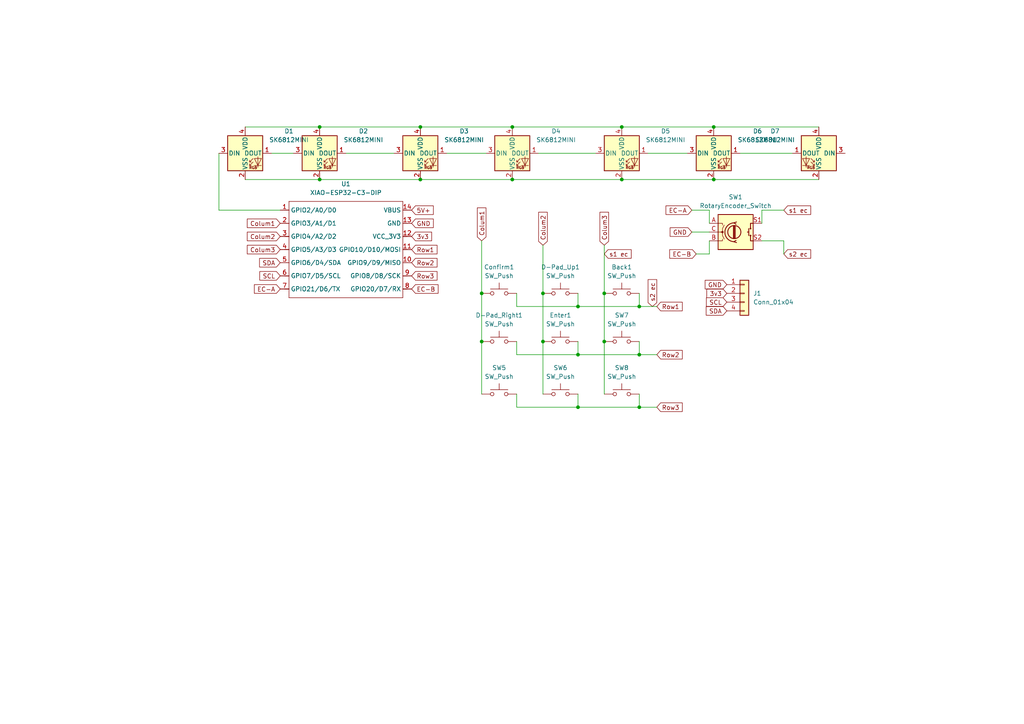
<source format=kicad_sch>
(kicad_sch (version 20250114) (generator "eeschema") (generator_version "9.0")
  (paper "A4")
  (lib_symbols
    (symbol "Connector_Generic:Conn_01x04" (pin_names (offset 1.016) (hide yes))
      (property "Reference" "J" (at 0 5.08 0))
      (property "Value" "Conn_01x04" (at 0 -7.62 0))
      (symbol "Conn_01x04_1_1"
        (rectangle (start -1.27 3.81) (end 1.27 -6.35) (stroke (width 0.254)) (fill (type background)))
        (rectangle (start -1.27 2.667) (end 0 2.413) (stroke (width 0.1524)))
        (rectangle (start -1.27 0.127) (end 0 -0.127) (stroke (width 0.1524)))
        (rectangle (start -1.27 -2.413) (end 0 -2.667) (stroke (width 0.1524)))
        (rectangle (start -1.27 -4.953) (end 0 -5.207) (stroke (width 0.1524)))
        (pin passive line (at -5.08 2.54 0) (length 3.81) (name "Pin_1") (number "1"))
        (pin passive line (at -5.08 0 0) (length 3.81) (name "Pin_2") (number "2"))
        (pin passive line (at -5.08 -2.54 0) (length 3.81) (name "Pin_3") (number "3"))
        (pin passive line (at -5.08 -5.08 0) (length 3.81) (name "Pin_4") (number "4"))
      )
    )
    (symbol "Device:RotaryEncoder_Switch" (pin_names (offset 0.254) (hide yes))
      (property "Reference" "SW" (at 0 6.604 0))
      (property "Value" "RotaryEncoder_Switch" (at 0 -6.604 0))
      (symbol "RotaryEncoder_Switch_0_1"
        (rectangle (start -5.08 5.08) (end 5.08 -5.08) (stroke (width 0.254)) (fill (type background)))
        (polyline (pts (xy -5.08 2.54) (xy -3.81 2.54) (xy -3.81 2.032)))
        (polyline (pts (xy -5.08 0) (xy -3.81 0) (xy -3.81 -1.016) (xy -3.302 -2.032)))
        (polyline (pts (xy -5.08 -2.54) (xy -3.81 -2.54) (xy -3.81 -2.032)))
        (polyline (pts (xy -4.318 0) (xy -3.81 0) (xy -3.81 1.016) (xy -3.302 2.032)))
        (circle (center -3.81 0) (radius 0.254) (fill (type outline)))
        (polyline (pts (xy -0.635 -1.778) (xy -0.635 1.778)) (stroke (width 0.254)))
        (circle (center -0.381 0) (radius 1.905) (stroke (width 0.254)))
        (polyline (pts (xy -0.381 -1.778) (xy -0.381 1.778)) (stroke (width 0.254)))
        (arc (start -0.381 -2.794) (mid -3.0988 -0.0635) (end -0.381 2.667) (stroke (width 0.254)))
        (polyline (pts (xy -0.127 1.778) (xy -0.127 -1.778)) (stroke (width 0.254)))
        (polyline (pts (xy 0.254 2.921) (xy -0.508 2.667) (xy 0.127 2.286)) (stroke (width 0.254)))
        (polyline (pts (xy 0.254 -3.048) (xy -0.508 -2.794) (xy 0.127 -2.413)) (stroke (width 0.254)))
        (polyline (pts (xy 3.81 1.016) (xy 3.81 -1.016)) (stroke (width 0.254)))
        (polyline (pts (xy 3.81 0) (xy 3.429 0)) (stroke (width 0.254)))
        (circle (center 4.318 1.016) (radius 0.127) (stroke (width 0.254)))
        (circle (center 4.318 -1.016) (radius 0.127) (stroke (width 0.254)))
        (polyline (pts (xy 5.08 2.54) (xy 4.318 2.54) (xy 4.318 1.016)) (stroke (width 0.254)))
        (polyline (pts (xy 5.08 -2.54) (xy 4.318 -2.54) (xy 4.318 -1.016)) (stroke (width 0.254)))
      )
      (symbol "RotaryEncoder_Switch_1_1"
        (pin passive line (at -7.62 2.54 0) (length 2.54) (name "A") (number "A"))
        (pin passive line (at -7.62 0 0) (length 2.54) (name "C") (number "C"))
        (pin passive line (at -7.62 -2.54 0) (length 2.54) (name "B") (number "B"))
        (pin passive line (at 7.62 2.54 180) (length 2.54) (name "S1") (number "S1"))
        (pin passive line (at 7.62 -2.54 180) (length 2.54) (name "S2") (number "S2"))
      )
    )
    (symbol "LED:SK6812MINI" (pin_names (offset 0.254))
      (property "Reference" "D" (at 5.08 5.715 0))
      (property "Value" "SK6812MINI" (at 1.27 -5.715 0))
      (symbol "SK6812MINI_0_0"
        (text "RGB" (at 2.286 -4.191 0) (effects (font (size 0.762 0.762))))
      )
      (symbol "SK6812MINI_0_1"
        (polyline (pts (xy 1.27 -2.54) (xy 1.778 -2.54)))
        (polyline (pts (xy 1.27 -3.556) (xy 1.778 -3.556)))
        (polyline (pts (xy 2.286 -1.524) (xy 1.27 -2.54) (xy 1.27 -2.032)))
        (polyline (pts (xy 2.286 -2.54) (xy 1.27 -3.556) (xy 1.27 -3.048)))
        (polyline (pts (xy 3.683 -1.016) (xy 3.683 -3.556) (xy 3.683 -4.064)))
        (polyline (pts (xy 4.699 -1.524) (xy 2.667 -1.524) (xy 3.683 -3.556) (xy 4.699 -1.524)))
        (polyline (pts (xy 4.699 -3.556) (xy 2.667 -3.556)))
        (rectangle (start 5.08 5.08) (end -5.08 -5.08) (stroke (width 0.254)) (fill (type background)))
      )
      (symbol "SK6812MINI_1_1"
        (pin input line (at -7.62 0 0) (length 2.54) (name "DIN") (number "3"))
        (pin power_in line (at 0 7.62 270) (length 2.54) (name "VDD") (number "4"))
        (pin power_in line (at 0 -7.62 90) (length 2.54) (name "VSS") (number "2"))
        (pin output line (at 7.62 0 180) (length 2.54) (name "DOUT") (number "1"))
      )
    )
    (symbol "Seeed_Studio_XIAO_Series:XIAO-ESP32-C3-DIP"
      (property "Reference" "U" (at 1.016 2.794 0))
      (property "Value" "XIAO-ESP32-C3-DIP" (at 7.62 1.016 0))
      (symbol "XIAO-ESP32-C3-DIP_1_0"
        (polyline (pts (xy 0 0) (xy 33.02 0)) (stroke (width 0.1524)))
        (polyline (pts (xy 0 -2.54) (xy -1.27 -2.54)) (stroke (width 0.1524)))
        (polyline (pts (xy 0 -2.54) (xy 0 0)) (stroke (width 0.1524)))
        (polyline (pts (xy 0 -6.35) (xy -1.27 -6.35)) (stroke (width 0.1524)))
        (polyline (pts (xy 0 -6.35) (xy 0 -2.54)) (stroke (width 0.1524)))
        (polyline (pts (xy 0 -10.16) (xy -1.27 -10.16)) (stroke (width 0.1524)))
        (polyline (pts (xy 0 -10.16) (xy 0 -6.35)) (stroke (width 0.1524)))
        (polyline (pts (xy 0 -13.97) (xy -1.27 -13.97)) (stroke (width 0.1524)))
        (polyline (pts (xy 0 -13.97) (xy 0 -10.16)) (stroke (width 0.1524)))
        (polyline (pts (xy 0 -17.78) (xy -1.27 -17.78)) (stroke (width 0.1524)))
        (polyline (pts (xy 0 -21.59) (xy -1.27 -21.59)) (stroke (width 0.1524)))
        (polyline (pts (xy 0 -25.4) (xy -1.27 -25.4)) (stroke (width 0.1524)))
        (polyline (pts (xy 0 -27.94) (xy 0 -13.97)) (stroke (width 0.1524)))
        (polyline (pts (xy 33.02 0) (xy 33.02 -2.54)) (stroke (width 0.1524)))
        (polyline (pts (xy 33.02 -2.54) (xy 33.02 -6.35)) (stroke (width 0.1524)))
        (polyline (pts (xy 33.02 -6.35) (xy 33.02 -10.16)) (stroke (width 0.1524)))
        (polyline (pts (xy 33.02 -10.16) (xy 33.02 -27.94)) (stroke (width 0.1524)))
        (polyline (pts (xy 33.02 -27.94) (xy 0 -27.94)) (stroke (width 0.1524)))
        (polyline (pts (xy 34.29 -2.54) (xy 33.02 -2.54)) (stroke (width 0.1524)))
        (polyline (pts (xy 34.29 -6.35) (xy 33.02 -6.35)) (stroke (width 0.1524)))
        (polyline (pts (xy 34.29 -10.16) (xy 33.02 -10.16)) (stroke (width 0.1524)))
        (polyline (pts (xy 34.29 -13.97) (xy 33.02 -13.97)) (stroke (width 0.1524)))
        (polyline (pts (xy 34.29 -17.78) (xy 33.02 -17.78)) (stroke (width 0.1524)))
        (polyline (pts (xy 34.29 -21.59) (xy 33.02 -21.59)) (stroke (width 0.1524)))
        (polyline (pts (xy 34.29 -25.4) (xy 33.02 -25.4)) (stroke (width 0.1524)))
        (pin passive line (at -2.54 -2.54 0) (length 2.54) (name "GPIO2/A0/D0") (number "1"))
        (pin passive line (at -2.54 -6.35 0) (length 2.54) (name "GPIO3/A1/D1") (number "2"))
        (pin passive line (at -2.54 -10.16 0) (length 2.54) (name "GPIO4/A2/D2") (number "3"))
        (pin passive line (at -2.54 -13.97 0) (length 2.54) (name "GPIO5/A3/D3") (number "4"))
        (pin passive line (at -2.54 -17.78 0) (length 2.54) (name "GPIO6/D4/SDA") (number "5"))
        (pin passive line (at -2.54 -21.59 0) (length 2.54) (name "GPIO7/D5/SCL") (number "6"))
        (pin passive line (at -2.54 -25.4 0) (length 2.54) (name "GPIO21/D6/TX") (number "7"))
        (pin passive line (at 35.56 -2.54 180) (length 2.54) (name "VBUS") (number "14"))
        (pin passive line (at 35.56 -6.35 180) (length 2.54) (name "GND") (number "13"))
        (pin passive line (at 35.56 -10.16 180) (length 2.54) (name "VCC_3V3") (number "12"))
        (pin passive line (at 35.56 -13.97 180) (length 2.54) (name "GPIO10/D10/MOSI") (number "11"))
        (pin passive line (at 35.56 -17.78 180) (length 2.54) (name "GPIO9/D9/MISO") (number "10"))
        (pin passive line (at 35.56 -21.59 180) (length 2.54) (name "GPIO8/D8/SCK") (number "9"))
        (pin passive line (at 35.56 -25.4 180) (length 2.54) (name "GPIO20/D7/RX") (number "8"))
      )
    )
    (symbol "Switch:SW_Push" (pin_numbers (hide yes)) (pin_names (offset 1.016) (hide yes))
      (property "Reference" "SW" (at 1.27 2.54 0))
      (property "Value" "SW_Push" (at 0 -1.524 0))
      (symbol "SW_Push_0_1"
        (circle (center -2.032 0) (radius 0.508))
        (polyline (pts (xy 0 1.27) (xy 0 3.048)))
        (circle (center 2.032 0) (radius 0.508))
        (polyline (pts (xy 2.54 1.27) (xy -2.54 1.27)))
        (pin passive line (at -5.08 0 0) (length 2.54) (name "1") (number "1"))
        (pin passive line (at 5.08 0 180) (length 2.54) (name "2") (number "2"))
      )
    )
  )
  (junction (at 139.7 99.06))
  (junction (at 180.34 52.07))
  (junction (at 121.92 52.07))
  (junction (at 207.01 36.83))
  (junction (at 121.92 36.83))
  (junction (at 175.26 99.06))
  (junction (at 92.71 52.07))
  (junction (at 185.42 102.87))
  (junction (at 148.59 52.07))
  (junction (at 175.26 85.09))
  (junction (at 167.64 118.11))
  (junction (at 185.42 88.9))
  (junction (at 92.71 36.83))
  (junction (at 207.01 52.07))
  (junction (at 185.42 118.11))
  (junction (at 157.48 85.09))
  (junction (at 148.59 36.83))
  (junction (at 139.7 85.09))
  (junction (at 157.48 99.06))
  (junction (at 167.64 102.87))
  (junction (at 167.64 88.9))
  (junction (at 180.34 36.83))
  (wire (pts (xy 205.74 60.96) (xy 205.74 64.77)))
  (wire (pts (xy 129.54 44.45) (xy 140.97 44.45)))
  (wire (pts (xy 167.64 88.9) (xy 185.42 88.9)))
  (wire (pts (xy 157.48 71.12) (xy 157.48 85.09)))
  (wire (pts (xy 200.66 67.31) (xy 205.74 67.31)))
  (wire (pts (xy 187.96 44.45) (xy 199.39 44.45)))
  (wire (pts (xy 205.74 73.66) (xy 205.74 69.85)))
  (wire (pts (xy 121.92 52.07) (xy 148.59 52.07)))
  (wire (pts (xy 149.86 88.9) (xy 167.64 88.9)))
  (wire (pts (xy 167.64 99.06) (xy 167.64 102.87)))
  (wire (pts (xy 175.26 71.12) (xy 175.26 85.09)))
  (wire (pts (xy 139.7 69.85) (xy 139.7 85.09)))
  (wire (pts (xy 149.86 99.06) (xy 149.86 102.87)))
  (wire (pts (xy 157.48 85.09) (xy 157.48 99.06)))
  (wire (pts (xy 167.64 118.11) (xy 185.42 118.11)))
  (wire (pts (xy 148.59 52.07) (xy 180.34 52.07)))
  (wire (pts (xy 220.98 60.96) (xy 220.98 64.77)))
  (wire (pts (xy 139.7 99.06) (xy 139.7 114.3)))
  (wire (pts (xy 214.63 44.45) (xy 229.87 44.45)))
  (wire (pts (xy 71.12 52.07) (xy 92.71 52.07)))
  (wire (pts (xy 175.26 99.06) (xy 175.26 114.3)))
  (wire (pts (xy 100.33 44.45) (xy 114.3 44.45)))
  (wire (pts (xy 92.71 36.83) (xy 121.92 36.83)))
  (wire (pts (xy 149.86 118.11) (xy 167.64 118.11)))
  (wire (pts (xy 227.33 60.96) (xy 220.98 60.96)))
  (wire (pts (xy 180.34 36.83) (xy 207.01 36.83)))
  (wire (pts (xy 200.66 60.96) (xy 205.74 60.96)))
  (wire (pts (xy 149.86 85.09) (xy 149.86 88.9)))
  (wire (pts (xy 92.71 52.07) (xy 121.92 52.07)))
  (wire (pts (xy 185.42 102.87) (xy 190.5 102.87)))
  (wire (pts (xy 157.48 99.06) (xy 157.48 114.3)))
  (wire (pts (xy 167.64 85.09) (xy 167.64 88.9)))
  (wire (pts (xy 78.74 44.45) (xy 85.09 44.45)))
  (wire (pts (xy 156.21 44.45) (xy 172.72 44.45)))
  (wire (pts (xy 201.93 73.66) (xy 205.74 73.66)))
  (wire (pts (xy 185.42 99.06) (xy 185.42 102.87)))
  (wire (pts (xy 185.42 85.09) (xy 185.42 88.9)))
  (wire (pts (xy 185.42 114.3) (xy 185.42 118.11)))
  (wire (pts (xy 148.59 36.83) (xy 180.34 36.83)))
  (wire (pts (xy 149.86 114.3) (xy 149.86 118.11)))
  (wire (pts (xy 185.42 88.9) (xy 190.5 88.9)))
  (wire (pts (xy 175.26 85.09) (xy 175.26 99.06)))
  (wire (pts (xy 63.5 60.96) (xy 63.5 44.45)))
  (wire (pts (xy 121.92 36.83) (xy 148.59 36.83)))
  (wire (pts (xy 149.86 102.87) (xy 167.64 102.87)))
  (wire (pts (xy 207.01 52.07) (xy 237.49 52.07)))
  (wire (pts (xy 139.7 85.09) (xy 139.7 99.06)))
  (wire (pts (xy 227.33 73.66) (xy 227.33 69.85)))
  (wire (pts (xy 180.34 52.07) (xy 207.01 52.07)))
  (wire (pts (xy 167.64 102.87) (xy 185.42 102.87)))
  (wire (pts (xy 63.5 60.96) (xy 81.28 60.96)))
  (wire (pts (xy 71.12 36.83) (xy 92.71 36.83)))
  (wire (pts (xy 227.33 69.85) (xy 220.98 69.85)))
  (wire (pts (xy 167.64 114.3) (xy 167.64 118.11)))
  (wire (pts (xy 185.42 118.11) (xy 190.5 118.11)))
  (wire (pts (xy 207.01 36.83) (xy 237.49 36.83)))
  (global_label "3v3" (shape input) (at 119.38 68.58 0) (property "Intersheetrefs" "${INTERSHEET_REFS}" (effects (hide yes))))
  (global_label "s1 ec" (shape input) (at 227.33 60.96 0) (property "Intersheetrefs" "${INTERSHEET_REFS}" (effects (hide yes))))
  (global_label "EC-A" (shape input) (at 200.66 60.96 180) (property "Intersheetrefs" "${INTERSHEET_REFS}" (effects (hide yes))))
  (global_label "Colum1" (shape input) (at 81.28 64.77 180) (property "Intersheetrefs" "${INTERSHEET_REFS}" (effects (hide yes))))
  (global_label "EC-B" (shape input) (at 201.93 73.66 180) (property "Intersheetrefs" "${INTERSHEET_REFS}" (effects (hide yes))))
  (global_label "Colum2" (shape input) (at 157.48 71.12 90) (property "Intersheetrefs" "${INTERSHEET_REFS}" (effects (hide yes))))
  (global_label "Colum3" (shape input) (at 81.28 72.39 180) (property "Intersheetrefs" "${INTERSHEET_REFS}" (effects (hide yes))))
  (global_label "SCL" (shape input) (at 81.28 80.01 180) (property "Intersheetrefs" "${INTERSHEET_REFS}" (effects (hide yes))))
  (global_label "GND" (shape input) (at 119.38 64.77 0) (property "Intersheetrefs" "${INTERSHEET_REFS}" (effects (hide yes))))
  (global_label "3v3" (shape input) (at 210.82 85.09 180) (property "Intersheetrefs" "${INTERSHEET_REFS}" (effects (hide yes))))
  (global_label "GND" (shape input) (at 200.66 67.31 180) (property "Intersheetrefs" "${INTERSHEET_REFS}" (effects (hide yes))))
  (global_label "Row2" (shape input) (at 119.38 76.2 0) (property "Intersheetrefs" "${INTERSHEET_REFS}" (effects (hide yes))))
  (global_label "5V+" (shape input) (at 119.38 60.96 0) (property "Intersheetrefs" "${INTERSHEET_REFS}" (effects (hide yes))))
  (global_label "Row3" (shape input) (at 190.5 118.11 0) (property "Intersheetrefs" "${INTERSHEET_REFS}" (effects (hide yes))))
  (global_label "Row1" (shape input) (at 190.5 88.9 0) (property "Intersheetrefs" "${INTERSHEET_REFS}" (effects (hide yes))))
  (global_label "Colum1" (shape input) (at 139.7 69.85 90) (property "Intersheetrefs" "${INTERSHEET_REFS}" (effects (hide yes))))
  (global_label "SDA" (shape input) (at 210.82 90.17 180) (property "Intersheetrefs" "${INTERSHEET_REFS}" (effects (hide yes))))
  (global_label "Colum3" (shape input) (at 175.26 71.12 90) (property "Intersheetrefs" "${INTERSHEET_REFS}" (effects (hide yes))))
  (global_label "s1 ec" (shape input) (at 175.26 73.66 0) (property "Intersheetrefs" "${INTERSHEET_REFS}" (effects (hide yes))))
  (global_label "EC-B" (shape input) (at 119.38 83.82 0) (property "Intersheetrefs" "${INTERSHEET_REFS}" (effects (hide yes))))
  (global_label "SDA" (shape input) (at 81.28 76.2 180) (property "Intersheetrefs" "${INTERSHEET_REFS}" (effects (hide yes))))
  (global_label "Row1" (shape input) (at 119.38 72.39 0) (property "Intersheetrefs" "${INTERSHEET_REFS}" (effects (hide yes))))
  (global_label "Colum2" (shape input) (at 81.28 68.58 180) (property "Intersheetrefs" "${INTERSHEET_REFS}" (effects (hide yes))))
  (global_label "SCL" (shape input) (at 210.82 87.63 180) (property "Intersheetrefs" "${INTERSHEET_REFS}" (effects (hide yes))))
  (global_label "Row2" (shape input) (at 190.5 102.87 0) (property "Intersheetrefs" "${INTERSHEET_REFS}" (effects (hide yes))))
  (global_label "GND" (shape input) (at 210.82 82.55 180) (property "Intersheetrefs" "${INTERSHEET_REFS}" (effects (hide yes))))
  (global_label "s2 ec" (shape input) (at 189.23 88.9 90) (property "Intersheetrefs" "${INTERSHEET_REFS}" (effects (hide yes))))
  (global_label "EC-A" (shape input) (at 81.28 83.82 180) (property "Intersheetrefs" "${INTERSHEET_REFS}" (effects (hide yes))))
  (global_label "Row3" (shape input) (at 119.38 80.01 0) (property "Intersheetrefs" "${INTERSHEET_REFS}" (effects (hide yes))))
  (global_label "s2 ec" (shape input) (at 227.33 73.66 0) (property "Intersheetrefs" "${INTERSHEET_REFS}" (effects (hide yes))))
  (symbol (lib_id "LED:SK6812MINI") (at 148.59 44.45 0) (unit 1)
    (property "Reference" "D4" (at 161.29 38.0298 0))
    (property "Value" "SK6812MINI" (at 161.29 40.5698 0))
    (property "Footprint" "libs:SK6812-MINI-E" (effects (hide yes)))
    (property "Datasheet" "https://cdn-shop.adafruit.com/product-files/2686/SK6812MINI_REV.01-1-2.pdf" (effects (hide yes)))
    (property "Description" "RGB LED with integrated controller" (effects (hide yes)))
  )
  (symbol (lib_id "Switch:SW_Push") (at 180.34 99.06 0) (unit 1)
    (property "Reference" "SW7" (at 180.34 91.44 0))
    (property "Value" "SW_Push" (at 180.34 93.98 0))
    (property "Footprint" "Button_Switch_THT:SW_PUSH_6mm" (effects (hide yes)))
    (property "Description" "Push button switch, generic, two pins" (effects (hide yes)))
  )
  (symbol (lib_id "LED:SK6812MINI") (at 237.49 44.45 0) (mirror y) (unit 1)
    (property "Reference" "D7" (at 224.79 38.0298 0))
    (property "Value" "SK6812MINI" (at 224.79 40.5698 0))
    (property "Footprint" "libs:SK6812-MINI-E" (effects (hide yes)))
    (property "Datasheet" "https://cdn-shop.adafruit.com/product-files/2686/SK6812MINI_REV.01-1-2.pdf" (effects (hide yes)))
    (property "Description" "RGB LED with integrated controller" (effects (hide yes)))
  )
  (symbol (lib_id "LED:SK6812MINI") (at 121.92 44.45 0) (unit 1)
    (property "Reference" "D3" (at 134.62 38.0298 0))
    (property "Value" "SK6812MINI" (at 134.62 40.5698 0))
    (property "Footprint" "libs:SK6812-MINI-E" (effects (hide yes)))
    (property "Datasheet" "https://cdn-shop.adafruit.com/product-files/2686/SK6812MINI_REV.01-1-2.pdf" (effects (hide yes)))
    (property "Description" "RGB LED with integrated controller" (effects (hide yes)))
  )
  (symbol (lib_id "Device:RotaryEncoder_Switch") (at 213.36 67.31 0) (unit 1)
    (property "Reference" "SW1" (at 213.36 57.15 0))
    (property "Value" "RotaryEncoder_Switch" (at 213.36 59.69 0))
    (property "Footprint" "Rotary_Encoder:RotaryEncoder_Alps_EC11E-Switch_Vertical_H20mm" (effects (hide yes)))
    (property "Description" "Rotary encoder, dual channel, incremental quadrate outputs, with switch" (effects (hide yes)))
  )
  (symbol (lib_id "Switch:SW_Push") (at 180.34 85.09 0) (unit 1)
    (property "Reference" "Back1" (at 180.34 77.47 0))
    (property "Value" "SW_Push" (at 180.34 80.01 0))
    (property "Footprint" "Button_Switch_THT:SW_PUSH_6mm" (effects (hide yes)))
    (property "Description" "Push button switch, generic, two pins" (effects (hide yes)))
  )
  (symbol (lib_id "Switch:SW_Push") (at 162.56 85.09 0) (unit 1)
    (property "Reference" "D-Pad_Up1" (at 162.56 77.47 0))
    (property "Value" "SW_Push" (at 162.56 80.01 0))
    (property "Footprint" "Button_Switch_THT:SW_PUSH_6mm" (effects (hide yes)))
    (property "Description" "Push button switch, generic, two pins" (effects (hide yes)))
  )
  (symbol (lib_id "Switch:SW_Push") (at 144.78 114.3 0) (unit 1)
    (property "Reference" "SW5" (at 144.78 106.68 0))
    (property "Value" "SW_Push" (at 144.78 109.22 0))
    (property "Footprint" "Button_Switch_THT:SW_PUSH_6mm" (effects (hide yes)))
    (property "Description" "Push button switch, generic, two pins" (effects (hide yes)))
  )
  (symbol (lib_id "Connector_Generic:Conn_01x04") (at 215.9 85.09 0) (unit 1)
    (property "Reference" "J1" (at 218.44 85.0899 0) (effects (justify left)))
    (property "Value" "Conn_01x04" (at 218.44 87.6299 0) (effects (justify left)))
    (property "Footprint" "libs:128x64OLED" (effects (hide yes)))
    (property "Description" "Generic connector, single row, 01x04, script generated (kicad-library-utils/schlib/autogen/connector/)" (effects (hide yes)))
  )
  (symbol (lib_id "LED:SK6812MINI") (at 207.01 44.45 0) (unit 1)
    (property "Reference" "D6" (at 219.71 38.0298 0))
    (property "Value" "SK6812MINI" (at 219.71 40.5698 0))
    (property "Footprint" "libs:SK6812-MINI-E" (effects (hide yes)))
    (property "Datasheet" "https://cdn-shop.adafruit.com/product-files/2686/SK6812MINI_REV.01-1-2.pdf" (effects (hide yes)))
    (property "Description" "RGB LED with integrated controller" (effects (hide yes)))
  )
  (symbol (lib_id "Switch:SW_Push") (at 144.78 85.09 0) (unit 1)
    (property "Reference" "Confirm1" (at 144.78 77.47 0))
    (property "Value" "SW_Push" (at 144.78 80.01 0))
    (property "Footprint" "Button_Switch_THT:SW_PUSH_6mm" (effects (hide yes)))
    (property "Description" "Push button switch, generic, two pins" (effects (hide yes)))
  )
  (symbol (lib_id "Switch:SW_Push") (at 162.56 114.3 0) (unit 1)
    (property "Reference" "SW6" (at 162.56 106.68 0))
    (property "Value" "SW_Push" (at 162.56 109.22 0))
    (property "Footprint" "Button_Switch_THT:SW_PUSH_6mm" (effects (hide yes)))
    (property "Description" "Push button switch, generic, two pins" (effects (hide yes)))
  )
  (symbol (lib_id "LED:SK6812MINI") (at 71.12 44.45 0) (unit 1)
    (property "Reference" "D1" (at 83.82 38.0298 0))
    (property "Value" "SK6812MINI" (at 83.82 40.5698 0))
    (property "Footprint" "libs:SK6812-MINI-E" (effects (hide yes)))
    (property "Datasheet" "https://cdn-shop.adafruit.com/product-files/2686/SK6812MINI_REV.01-1-2.pdf" (effects (hide yes)))
    (property "Description" "RGB LED with integrated controller" (effects (hide yes)))
  )
  (symbol (lib_id "Seeed_Studio_XIAO_Series:XIAO-ESP32-C3-DIP") (at 83.82 58.42 0) (unit 1)
    (property "Reference" "U1" (at 100.33 53.34 0))
    (property "Value" "XIAO-ESP32-C3-DIP" (at 100.33 55.88 0))
    (property "Footprint" "Seeed Studio XIAO Series Library:XIAO-ESP32C3-DIP" (effects (hide yes)))
  )
  (symbol (lib_id "Switch:SW_Push") (at 144.78 99.06 0) (unit 1)
    (property "Reference" "D-Pad_Right1" (at 144.78 91.44 0))
    (property "Value" "SW_Push" (at 144.78 93.98 0))
    (property "Footprint" "Button_Switch_THT:SW_PUSH_6mm" (effects (hide yes)))
    (property "Description" "Push button switch, generic, two pins" (effects (hide yes)))
  )
  (symbol (lib_id "LED:SK6812MINI") (at 180.34 44.45 0) (unit 1)
    (property "Reference" "D5" (at 193.04 38.0298 0))
    (property "Value" "SK6812MINI" (at 193.04 40.5698 0))
    (property "Footprint" "libs:SK6812-MINI-E" (effects (hide yes)))
    (property "Datasheet" "https://cdn-shop.adafruit.com/product-files/2686/SK6812MINI_REV.01-1-2.pdf" (effects (hide yes)))
    (property "Description" "RGB LED with integrated controller" (effects (hide yes)))
  )
  (symbol (lib_id "Switch:SW_Push") (at 162.56 99.06 0) (unit 1)
    (property "Reference" "Enter1" (at 162.56 91.44 0))
    (property "Value" "SW_Push" (at 162.56 93.98 0))
    (property "Footprint" "Button_Switch_THT:SW_PUSH_6mm" (effects (hide yes)))
    (property "Description" "Push button switch, generic, two pins" (effects (hide yes)))
  )
  (symbol (lib_id "Switch:SW_Push") (at 180.34 114.3 0) (unit 1)
    (property "Reference" "SW8" (at 180.34 106.68 0))
    (property "Value" "SW_Push" (at 180.34 109.22 0))
    (property "Footprint" "Button_Switch_THT:SW_PUSH_6mm" (effects (hide yes)))
    (property "Description" "Push button switch, generic, two pins" (effects (hide yes)))
  )
  (symbol (lib_id "LED:SK6812MINI") (at 92.71 44.45 0) (unit 1)
    (property "Reference" "D2" (at 105.41 38.0298 0))
    (property "Value" "SK6812MINI" (at 105.41 40.5698 0))
    (property "Footprint" "libs:SK6812-MINI-E" (effects (hide yes)))
    (property "Datasheet" "https://cdn-shop.adafruit.com/product-files/2686/SK6812MINI_REV.01-1-2.pdf" (effects (hide yes)))
    (property "Description" "RGB LED with integrated controller" (effects (hide yes)))
  )
)
</source>
